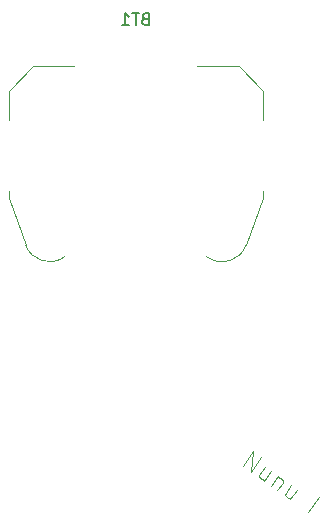
<source format=gbr>
%TF.GenerationSoftware,KiCad,Pcbnew,8.0.8*%
%TF.CreationDate,2025-06-30T13:56:02-06:00*%
%TF.ProjectId,SolderNunu,536f6c64-6572-44e7-956e-752e6b696361,rev?*%
%TF.SameCoordinates,Original*%
%TF.FileFunction,Legend,Bot*%
%TF.FilePolarity,Positive*%
%FSLAX46Y46*%
G04 Gerber Fmt 4.6, Leading zero omitted, Abs format (unit mm)*
G04 Created by KiCad (PCBNEW 8.0.8) date 2025-06-30 13:56:02*
%MOMM*%
%LPD*%
G01*
G04 APERTURE LIST*
%ADD10C,0.100000*%
%ADD11C,0.150000*%
%ADD12C,0.120000*%
G04 APERTURE END LIST*
D10*
X143329720Y-107244201D02*
X144190084Y-106015473D01*
X144190084Y-106015473D02*
X144031850Y-107735838D01*
X144031850Y-107735838D02*
X144892215Y-106507110D01*
X145717133Y-107695111D02*
X145143557Y-108514263D01*
X145190536Y-107326383D02*
X144739868Y-107970003D01*
X144739868Y-107970003D02*
X144716440Y-108127994D01*
X144716440Y-108127994D02*
X144792492Y-108268445D01*
X144792492Y-108268445D02*
X144968024Y-108391354D01*
X144968024Y-108391354D02*
X145126016Y-108414782D01*
X145126016Y-108414782D02*
X145225496Y-108397241D01*
X146302242Y-108104809D02*
X145728666Y-108923961D01*
X146220303Y-108221830D02*
X146319783Y-108204289D01*
X146319783Y-108204289D02*
X146477775Y-108227718D01*
X146477775Y-108227718D02*
X146653307Y-108350627D01*
X146653307Y-108350627D02*
X146729359Y-108491077D01*
X146729359Y-108491077D02*
X146705931Y-108649069D01*
X146705931Y-108649069D02*
X146255263Y-109292688D01*
X147940546Y-109251962D02*
X147366970Y-110071114D01*
X147413948Y-108883234D02*
X146963281Y-109526853D01*
X146963281Y-109526853D02*
X146939853Y-109684845D01*
X146939853Y-109684845D02*
X147015905Y-109825295D01*
X147015905Y-109825295D02*
X147191437Y-109948204D01*
X147191437Y-109948204D02*
X147349429Y-109971633D01*
X147349429Y-109971633D02*
X147448909Y-109954092D01*
X148888252Y-111136327D02*
X149748617Y-109907599D01*
D11*
X135056964Y-69393509D02*
X134914107Y-69441128D01*
X134914107Y-69441128D02*
X134866488Y-69488747D01*
X134866488Y-69488747D02*
X134818869Y-69583985D01*
X134818869Y-69583985D02*
X134818869Y-69726842D01*
X134818869Y-69726842D02*
X134866488Y-69822080D01*
X134866488Y-69822080D02*
X134914107Y-69869700D01*
X134914107Y-69869700D02*
X135009345Y-69917319D01*
X135009345Y-69917319D02*
X135390297Y-69917319D01*
X135390297Y-69917319D02*
X135390297Y-68917319D01*
X135390297Y-68917319D02*
X135056964Y-68917319D01*
X135056964Y-68917319D02*
X134961726Y-68964938D01*
X134961726Y-68964938D02*
X134914107Y-69012557D01*
X134914107Y-69012557D02*
X134866488Y-69107795D01*
X134866488Y-69107795D02*
X134866488Y-69203033D01*
X134866488Y-69203033D02*
X134914107Y-69298271D01*
X134914107Y-69298271D02*
X134961726Y-69345890D01*
X134961726Y-69345890D02*
X135056964Y-69393509D01*
X135056964Y-69393509D02*
X135390297Y-69393509D01*
X134533154Y-68917319D02*
X133961726Y-68917319D01*
X134247440Y-69917319D02*
X134247440Y-68917319D01*
X133104583Y-69917319D02*
X133676011Y-69917319D01*
X133390297Y-69917319D02*
X133390297Y-68917319D01*
X133390297Y-68917319D02*
X133485535Y-69060176D01*
X133485535Y-69060176D02*
X133580773Y-69155414D01*
X133580773Y-69155414D02*
X133676011Y-69203033D01*
D12*
%TO.C,BT1*%
X123491250Y-75502500D02*
X125571250Y-73422500D01*
X123491250Y-77962500D02*
X123491250Y-75502500D01*
X123491250Y-84592500D02*
X123491250Y-83962500D01*
X124931250Y-88542500D02*
X123491250Y-84592500D01*
X129071250Y-73422500D02*
X125571250Y-73422500D01*
X142971250Y-73422500D02*
X139471250Y-73422500D01*
X143611250Y-88542500D02*
X145051250Y-84592500D01*
X145051250Y-75502500D02*
X142971250Y-73422500D01*
X145051250Y-77962500D02*
X145051250Y-75502500D01*
X145051250Y-84592500D02*
X145051250Y-83962500D01*
X128271250Y-89512500D02*
G75*
G02*
X124946007Y-88550669I-1310000J1700000D01*
G01*
X143611250Y-88542500D02*
G75*
G02*
X140274604Y-89529030I-2030000J730001D01*
G01*
%TD*%
M02*

</source>
